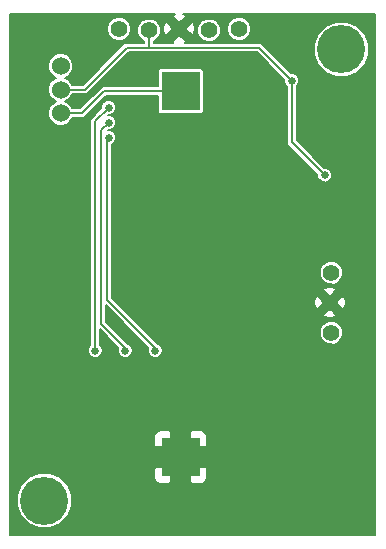
<source format=gbl>
G04 (created by PCBNEW (2013-07-07 BZR 4022)-stable) date 7/21/2013 7:03:44 PM*
%MOIN*%
G04 Gerber Fmt 3.4, Leading zero omitted, Abs format*
%FSLAX34Y34*%
G01*
G70*
G90*
G04 APERTURE LIST*
%ADD10C,0.00590551*%
%ADD11C,0.055*%
%ADD12C,0.16*%
%ADD13R,0.129528X0.129528*%
%ADD14C,0.06*%
%ADD15C,0.025*%
%ADD16C,0.008*%
G04 APERTURE END LIST*
G54D10*
G54D11*
X44874Y-41650D03*
X44826Y-40650D03*
X44874Y-39650D03*
X37800Y-31526D03*
X38800Y-31574D03*
X39800Y-31526D03*
X40800Y-31574D03*
X41800Y-31526D03*
G54D12*
X45200Y-32200D03*
X35300Y-47250D03*
G54D13*
X39850Y-33603D03*
X39850Y-45796D03*
G54D14*
X35850Y-34337D03*
X35850Y-33550D03*
X35850Y-32763D03*
G54D15*
X44650Y-36400D03*
X43550Y-33250D03*
X37000Y-42250D03*
X37450Y-34150D03*
X38000Y-42250D03*
X37450Y-34650D03*
X39000Y-42250D03*
X37450Y-35150D03*
X36200Y-38750D03*
X44500Y-38850D03*
X39000Y-47250D03*
X38000Y-47250D03*
X37000Y-47250D03*
X36600Y-36850D03*
X35500Y-42450D03*
X44325Y-44450D03*
X46050Y-46850D03*
X46050Y-43525D03*
X40750Y-43550D03*
X40750Y-46825D03*
X42500Y-38900D03*
X44600Y-36950D03*
X44650Y-35925D03*
G54D16*
X35850Y-33550D02*
X36650Y-33550D01*
X38050Y-32150D02*
X38800Y-32150D01*
X36650Y-33550D02*
X38050Y-32150D01*
X43550Y-33250D02*
X43550Y-35300D01*
X43550Y-35300D02*
X44650Y-36400D01*
X35850Y-33550D02*
X35750Y-33550D01*
X38800Y-32150D02*
X42450Y-32150D01*
X42450Y-32150D02*
X43550Y-33250D01*
X38800Y-31526D02*
X38800Y-32150D01*
X37000Y-42250D02*
X37000Y-34600D01*
X37000Y-34600D02*
X37450Y-34150D01*
X37200Y-41350D02*
X37200Y-34900D01*
X38000Y-42150D02*
X37200Y-41350D01*
X38000Y-42250D02*
X38000Y-42150D01*
X37200Y-34900D02*
X37450Y-34650D01*
X39000Y-42250D02*
X39000Y-42150D01*
X37400Y-35200D02*
X37450Y-35150D01*
X37400Y-40550D02*
X37400Y-35200D01*
X39000Y-42150D02*
X37400Y-40550D01*
X44650Y-35925D02*
X44650Y-35950D01*
X39850Y-33603D02*
X37296Y-33603D01*
X37296Y-33603D02*
X36563Y-34337D01*
X36563Y-34337D02*
X35850Y-34337D01*
G54D10*
G36*
X46337Y-48385D02*
X46120Y-48385D01*
X46120Y-32017D01*
X45980Y-31679D01*
X45721Y-31420D01*
X45383Y-31280D01*
X45017Y-31279D01*
X44679Y-31419D01*
X44420Y-31678D01*
X44280Y-32016D01*
X44279Y-32382D01*
X44419Y-32720D01*
X44678Y-32979D01*
X45016Y-33119D01*
X45382Y-33120D01*
X45720Y-32980D01*
X45979Y-32721D01*
X46119Y-32383D01*
X46120Y-32017D01*
X46120Y-48385D01*
X45350Y-48385D01*
X45350Y-40634D01*
X45316Y-40463D01*
X45269Y-40445D01*
X45269Y-39571D01*
X45209Y-39426D01*
X45098Y-39315D01*
X44952Y-39255D01*
X44895Y-39255D01*
X44895Y-36351D01*
X44857Y-36261D01*
X44788Y-36192D01*
X44698Y-36155D01*
X44631Y-36154D01*
X43710Y-35233D01*
X43710Y-33436D01*
X43757Y-33388D01*
X43794Y-33298D01*
X43795Y-33201D01*
X43757Y-33111D01*
X43688Y-33042D01*
X43598Y-33005D01*
X43531Y-33004D01*
X42563Y-32036D01*
X42511Y-32002D01*
X42450Y-31990D01*
X42195Y-31990D01*
X42195Y-31447D01*
X42135Y-31302D01*
X42024Y-31191D01*
X41878Y-31131D01*
X41721Y-31130D01*
X41576Y-31190D01*
X41465Y-31301D01*
X41405Y-31447D01*
X41404Y-31604D01*
X41464Y-31749D01*
X41575Y-31860D01*
X41721Y-31920D01*
X41878Y-31921D01*
X42023Y-31861D01*
X42134Y-31750D01*
X42194Y-31604D01*
X42195Y-31447D01*
X42195Y-31990D01*
X41195Y-31990D01*
X41195Y-31495D01*
X41135Y-31350D01*
X41024Y-31239D01*
X40878Y-31179D01*
X40721Y-31178D01*
X40576Y-31238D01*
X40465Y-31349D01*
X40405Y-31495D01*
X40404Y-31652D01*
X40464Y-31797D01*
X40575Y-31908D01*
X40721Y-31968D01*
X40878Y-31969D01*
X41023Y-31909D01*
X41134Y-31798D01*
X41194Y-31652D01*
X41195Y-31495D01*
X41195Y-31990D01*
X40324Y-31990D01*
X40324Y-31510D01*
X40290Y-31339D01*
X40211Y-31309D01*
X39994Y-31526D01*
X40211Y-31742D01*
X40290Y-31712D01*
X40324Y-31510D01*
X40324Y-31990D01*
X39996Y-31990D01*
X40016Y-31937D01*
X39800Y-31720D01*
X39605Y-31914D01*
X39605Y-31526D01*
X39388Y-31309D01*
X39309Y-31339D01*
X39275Y-31541D01*
X39309Y-31712D01*
X39388Y-31742D01*
X39605Y-31526D01*
X39605Y-31914D01*
X39583Y-31937D01*
X39603Y-31990D01*
X38960Y-31990D01*
X38960Y-31935D01*
X39023Y-31909D01*
X39134Y-31798D01*
X39194Y-31652D01*
X39195Y-31495D01*
X39135Y-31350D01*
X39024Y-31239D01*
X38878Y-31179D01*
X38721Y-31178D01*
X38576Y-31238D01*
X38465Y-31349D01*
X38405Y-31495D01*
X38404Y-31652D01*
X38464Y-31797D01*
X38575Y-31908D01*
X38640Y-31935D01*
X38640Y-31990D01*
X38195Y-31990D01*
X38195Y-31447D01*
X38135Y-31302D01*
X38024Y-31191D01*
X37878Y-31131D01*
X37721Y-31130D01*
X37576Y-31190D01*
X37465Y-31301D01*
X37405Y-31447D01*
X37404Y-31604D01*
X37464Y-31749D01*
X37575Y-31860D01*
X37721Y-31920D01*
X37878Y-31921D01*
X38023Y-31861D01*
X38134Y-31750D01*
X38194Y-31604D01*
X38195Y-31447D01*
X38195Y-31990D01*
X38050Y-31990D01*
X37988Y-32002D01*
X37936Y-32036D01*
X36583Y-33390D01*
X36238Y-33390D01*
X36206Y-33312D01*
X36088Y-33194D01*
X35997Y-33156D01*
X36087Y-33119D01*
X36205Y-33001D01*
X36269Y-32846D01*
X36270Y-32679D01*
X36206Y-32525D01*
X36088Y-32407D01*
X35933Y-32343D01*
X35766Y-32342D01*
X35612Y-32406D01*
X35494Y-32524D01*
X35430Y-32679D01*
X35429Y-32846D01*
X35493Y-33000D01*
X35611Y-33118D01*
X35702Y-33156D01*
X35612Y-33193D01*
X35494Y-33311D01*
X35430Y-33466D01*
X35429Y-33633D01*
X35493Y-33787D01*
X35611Y-33905D01*
X35702Y-33943D01*
X35612Y-33980D01*
X35494Y-34098D01*
X35430Y-34253D01*
X35429Y-34420D01*
X35493Y-34574D01*
X35611Y-34692D01*
X35766Y-34756D01*
X35933Y-34757D01*
X36087Y-34693D01*
X36205Y-34575D01*
X36238Y-34497D01*
X36563Y-34497D01*
X36624Y-34484D01*
X36624Y-34484D01*
X36676Y-34450D01*
X37362Y-33763D01*
X39082Y-33763D01*
X39082Y-34274D01*
X39100Y-34319D01*
X39134Y-34352D01*
X39178Y-34371D01*
X39226Y-34371D01*
X40521Y-34371D01*
X40565Y-34352D01*
X40599Y-34319D01*
X40617Y-34275D01*
X40617Y-34227D01*
X40617Y-32932D01*
X40599Y-32888D01*
X40565Y-32854D01*
X40521Y-32835D01*
X40473Y-32835D01*
X39178Y-32835D01*
X39134Y-32854D01*
X39100Y-32887D01*
X39082Y-32931D01*
X39082Y-32979D01*
X39082Y-33443D01*
X37296Y-33443D01*
X37235Y-33455D01*
X37183Y-33490D01*
X36496Y-34177D01*
X36238Y-34177D01*
X36206Y-34099D01*
X36088Y-33981D01*
X35997Y-33943D01*
X36087Y-33906D01*
X36205Y-33788D01*
X36238Y-33710D01*
X36650Y-33710D01*
X36711Y-33697D01*
X36711Y-33697D01*
X36763Y-33663D01*
X38116Y-32310D01*
X38800Y-32310D01*
X42383Y-32310D01*
X43305Y-33231D01*
X43304Y-33298D01*
X43342Y-33388D01*
X43390Y-33436D01*
X43390Y-35300D01*
X43402Y-35361D01*
X43436Y-35413D01*
X44405Y-36381D01*
X44404Y-36448D01*
X44442Y-36538D01*
X44511Y-36607D01*
X44601Y-36644D01*
X44698Y-36645D01*
X44788Y-36607D01*
X44857Y-36538D01*
X44894Y-36448D01*
X44895Y-36351D01*
X44895Y-39255D01*
X44795Y-39254D01*
X44650Y-39314D01*
X44539Y-39425D01*
X44479Y-39571D01*
X44478Y-39728D01*
X44538Y-39873D01*
X44649Y-39984D01*
X44795Y-40044D01*
X44952Y-40045D01*
X45097Y-39985D01*
X45208Y-39874D01*
X45268Y-39728D01*
X45269Y-39571D01*
X45269Y-40445D01*
X45237Y-40433D01*
X45042Y-40627D01*
X45042Y-40238D01*
X45012Y-40159D01*
X44810Y-40125D01*
X44639Y-40159D01*
X44609Y-40238D01*
X44826Y-40455D01*
X45042Y-40238D01*
X45042Y-40627D01*
X45020Y-40650D01*
X45237Y-40866D01*
X45316Y-40836D01*
X45350Y-40634D01*
X45350Y-48385D01*
X45269Y-48385D01*
X45269Y-41571D01*
X45209Y-41426D01*
X45098Y-41315D01*
X45042Y-41292D01*
X45042Y-41061D01*
X44826Y-40844D01*
X44631Y-41038D01*
X44631Y-40650D01*
X44414Y-40433D01*
X44335Y-40463D01*
X44301Y-40665D01*
X44335Y-40836D01*
X44414Y-40866D01*
X44631Y-40650D01*
X44631Y-41038D01*
X44609Y-41061D01*
X44639Y-41140D01*
X44841Y-41174D01*
X45012Y-41140D01*
X45042Y-41061D01*
X45042Y-41292D01*
X44952Y-41255D01*
X44795Y-41254D01*
X44650Y-41314D01*
X44539Y-41425D01*
X44479Y-41571D01*
X44478Y-41728D01*
X44538Y-41873D01*
X44649Y-41984D01*
X44795Y-42044D01*
X44952Y-42045D01*
X45097Y-41985D01*
X45208Y-41874D01*
X45268Y-41728D01*
X45269Y-41571D01*
X45269Y-48385D01*
X40737Y-48385D01*
X40737Y-46491D01*
X40737Y-45101D01*
X40701Y-45013D01*
X40633Y-44945D01*
X40545Y-44908D01*
X40450Y-44908D01*
X40233Y-44908D01*
X40173Y-44968D01*
X40173Y-45472D01*
X40677Y-45472D01*
X40737Y-45412D01*
X40737Y-45101D01*
X40737Y-46491D01*
X40737Y-46180D01*
X40677Y-46120D01*
X40173Y-46120D01*
X40173Y-46624D01*
X40233Y-46684D01*
X40450Y-46684D01*
X40545Y-46684D01*
X40633Y-46647D01*
X40701Y-46579D01*
X40737Y-46491D01*
X40737Y-48385D01*
X39526Y-48385D01*
X39526Y-46624D01*
X39526Y-46120D01*
X39526Y-45472D01*
X39526Y-44968D01*
X39466Y-44908D01*
X39249Y-44908D01*
X39245Y-44908D01*
X39245Y-42201D01*
X39207Y-42111D01*
X39138Y-42042D01*
X39104Y-42028D01*
X37560Y-40483D01*
X37560Y-35369D01*
X37588Y-35357D01*
X37657Y-35288D01*
X37694Y-35198D01*
X37695Y-35101D01*
X37657Y-35011D01*
X37588Y-34942D01*
X37498Y-34905D01*
X37421Y-34904D01*
X37431Y-34894D01*
X37498Y-34895D01*
X37588Y-34857D01*
X37657Y-34788D01*
X37694Y-34698D01*
X37695Y-34601D01*
X37657Y-34511D01*
X37588Y-34442D01*
X37498Y-34405D01*
X37421Y-34404D01*
X37431Y-34394D01*
X37498Y-34395D01*
X37588Y-34357D01*
X37657Y-34288D01*
X37694Y-34198D01*
X37695Y-34101D01*
X37657Y-34011D01*
X37588Y-33942D01*
X37498Y-33905D01*
X37401Y-33904D01*
X37311Y-33942D01*
X37242Y-34011D01*
X37205Y-34101D01*
X37204Y-34168D01*
X36886Y-34486D01*
X36852Y-34538D01*
X36840Y-34600D01*
X36840Y-42063D01*
X36792Y-42111D01*
X36755Y-42201D01*
X36754Y-42298D01*
X36792Y-42388D01*
X36861Y-42457D01*
X36951Y-42494D01*
X37048Y-42495D01*
X37138Y-42457D01*
X37207Y-42388D01*
X37244Y-42298D01*
X37245Y-42201D01*
X37207Y-42111D01*
X37160Y-42063D01*
X37160Y-41536D01*
X37775Y-42151D01*
X37755Y-42201D01*
X37754Y-42298D01*
X37792Y-42388D01*
X37861Y-42457D01*
X37951Y-42494D01*
X38048Y-42495D01*
X38138Y-42457D01*
X38207Y-42388D01*
X38244Y-42298D01*
X38245Y-42201D01*
X38207Y-42111D01*
X38138Y-42042D01*
X38104Y-42028D01*
X37360Y-41283D01*
X37360Y-40736D01*
X38775Y-42151D01*
X38755Y-42201D01*
X38754Y-42298D01*
X38792Y-42388D01*
X38861Y-42457D01*
X38951Y-42494D01*
X39048Y-42495D01*
X39138Y-42457D01*
X39207Y-42388D01*
X39244Y-42298D01*
X39245Y-42201D01*
X39245Y-44908D01*
X39154Y-44908D01*
X39066Y-44945D01*
X38998Y-45013D01*
X38962Y-45101D01*
X38962Y-45412D01*
X39022Y-45472D01*
X39526Y-45472D01*
X39526Y-46120D01*
X39022Y-46120D01*
X38962Y-46180D01*
X38962Y-46491D01*
X38998Y-46579D01*
X39066Y-46647D01*
X39154Y-46684D01*
X39249Y-46684D01*
X39466Y-46684D01*
X39526Y-46624D01*
X39526Y-48385D01*
X36220Y-48385D01*
X36220Y-47067D01*
X36080Y-46729D01*
X35821Y-46470D01*
X35483Y-46330D01*
X35117Y-46329D01*
X34779Y-46469D01*
X34520Y-46728D01*
X34380Y-47066D01*
X34379Y-47432D01*
X34519Y-47770D01*
X34778Y-48029D01*
X35116Y-48169D01*
X35482Y-48170D01*
X35820Y-48030D01*
X36079Y-47771D01*
X36219Y-47433D01*
X36220Y-47067D01*
X36220Y-48385D01*
X34173Y-48385D01*
X34173Y-31024D01*
X39668Y-31024D01*
X39613Y-31035D01*
X39583Y-31114D01*
X39800Y-31331D01*
X40016Y-31114D01*
X39986Y-31035D01*
X39921Y-31024D01*
X46337Y-31024D01*
X46337Y-48385D01*
X46337Y-48385D01*
G37*
G54D16*
X46337Y-48385D02*
X46120Y-48385D01*
X46120Y-32017D01*
X45980Y-31679D01*
X45721Y-31420D01*
X45383Y-31280D01*
X45017Y-31279D01*
X44679Y-31419D01*
X44420Y-31678D01*
X44280Y-32016D01*
X44279Y-32382D01*
X44419Y-32720D01*
X44678Y-32979D01*
X45016Y-33119D01*
X45382Y-33120D01*
X45720Y-32980D01*
X45979Y-32721D01*
X46119Y-32383D01*
X46120Y-32017D01*
X46120Y-48385D01*
X45350Y-48385D01*
X45350Y-40634D01*
X45316Y-40463D01*
X45269Y-40445D01*
X45269Y-39571D01*
X45209Y-39426D01*
X45098Y-39315D01*
X44952Y-39255D01*
X44895Y-39255D01*
X44895Y-36351D01*
X44857Y-36261D01*
X44788Y-36192D01*
X44698Y-36155D01*
X44631Y-36154D01*
X43710Y-35233D01*
X43710Y-33436D01*
X43757Y-33388D01*
X43794Y-33298D01*
X43795Y-33201D01*
X43757Y-33111D01*
X43688Y-33042D01*
X43598Y-33005D01*
X43531Y-33004D01*
X42563Y-32036D01*
X42511Y-32002D01*
X42450Y-31990D01*
X42195Y-31990D01*
X42195Y-31447D01*
X42135Y-31302D01*
X42024Y-31191D01*
X41878Y-31131D01*
X41721Y-31130D01*
X41576Y-31190D01*
X41465Y-31301D01*
X41405Y-31447D01*
X41404Y-31604D01*
X41464Y-31749D01*
X41575Y-31860D01*
X41721Y-31920D01*
X41878Y-31921D01*
X42023Y-31861D01*
X42134Y-31750D01*
X42194Y-31604D01*
X42195Y-31447D01*
X42195Y-31990D01*
X41195Y-31990D01*
X41195Y-31495D01*
X41135Y-31350D01*
X41024Y-31239D01*
X40878Y-31179D01*
X40721Y-31178D01*
X40576Y-31238D01*
X40465Y-31349D01*
X40405Y-31495D01*
X40404Y-31652D01*
X40464Y-31797D01*
X40575Y-31908D01*
X40721Y-31968D01*
X40878Y-31969D01*
X41023Y-31909D01*
X41134Y-31798D01*
X41194Y-31652D01*
X41195Y-31495D01*
X41195Y-31990D01*
X40324Y-31990D01*
X40324Y-31510D01*
X40290Y-31339D01*
X40211Y-31309D01*
X39994Y-31526D01*
X40211Y-31742D01*
X40290Y-31712D01*
X40324Y-31510D01*
X40324Y-31990D01*
X39996Y-31990D01*
X40016Y-31937D01*
X39800Y-31720D01*
X39605Y-31914D01*
X39605Y-31526D01*
X39388Y-31309D01*
X39309Y-31339D01*
X39275Y-31541D01*
X39309Y-31712D01*
X39388Y-31742D01*
X39605Y-31526D01*
X39605Y-31914D01*
X39583Y-31937D01*
X39603Y-31990D01*
X38960Y-31990D01*
X38960Y-31935D01*
X39023Y-31909D01*
X39134Y-31798D01*
X39194Y-31652D01*
X39195Y-31495D01*
X39135Y-31350D01*
X39024Y-31239D01*
X38878Y-31179D01*
X38721Y-31178D01*
X38576Y-31238D01*
X38465Y-31349D01*
X38405Y-31495D01*
X38404Y-31652D01*
X38464Y-31797D01*
X38575Y-31908D01*
X38640Y-31935D01*
X38640Y-31990D01*
X38195Y-31990D01*
X38195Y-31447D01*
X38135Y-31302D01*
X38024Y-31191D01*
X37878Y-31131D01*
X37721Y-31130D01*
X37576Y-31190D01*
X37465Y-31301D01*
X37405Y-31447D01*
X37404Y-31604D01*
X37464Y-31749D01*
X37575Y-31860D01*
X37721Y-31920D01*
X37878Y-31921D01*
X38023Y-31861D01*
X38134Y-31750D01*
X38194Y-31604D01*
X38195Y-31447D01*
X38195Y-31990D01*
X38050Y-31990D01*
X37988Y-32002D01*
X37936Y-32036D01*
X36583Y-33390D01*
X36238Y-33390D01*
X36206Y-33312D01*
X36088Y-33194D01*
X35997Y-33156D01*
X36087Y-33119D01*
X36205Y-33001D01*
X36269Y-32846D01*
X36270Y-32679D01*
X36206Y-32525D01*
X36088Y-32407D01*
X35933Y-32343D01*
X35766Y-32342D01*
X35612Y-32406D01*
X35494Y-32524D01*
X35430Y-32679D01*
X35429Y-32846D01*
X35493Y-33000D01*
X35611Y-33118D01*
X35702Y-33156D01*
X35612Y-33193D01*
X35494Y-33311D01*
X35430Y-33466D01*
X35429Y-33633D01*
X35493Y-33787D01*
X35611Y-33905D01*
X35702Y-33943D01*
X35612Y-33980D01*
X35494Y-34098D01*
X35430Y-34253D01*
X35429Y-34420D01*
X35493Y-34574D01*
X35611Y-34692D01*
X35766Y-34756D01*
X35933Y-34757D01*
X36087Y-34693D01*
X36205Y-34575D01*
X36238Y-34497D01*
X36563Y-34497D01*
X36624Y-34484D01*
X36624Y-34484D01*
X36676Y-34450D01*
X37362Y-33763D01*
X39082Y-33763D01*
X39082Y-34274D01*
X39100Y-34319D01*
X39134Y-34352D01*
X39178Y-34371D01*
X39226Y-34371D01*
X40521Y-34371D01*
X40565Y-34352D01*
X40599Y-34319D01*
X40617Y-34275D01*
X40617Y-34227D01*
X40617Y-32932D01*
X40599Y-32888D01*
X40565Y-32854D01*
X40521Y-32835D01*
X40473Y-32835D01*
X39178Y-32835D01*
X39134Y-32854D01*
X39100Y-32887D01*
X39082Y-32931D01*
X39082Y-32979D01*
X39082Y-33443D01*
X37296Y-33443D01*
X37235Y-33455D01*
X37183Y-33490D01*
X36496Y-34177D01*
X36238Y-34177D01*
X36206Y-34099D01*
X36088Y-33981D01*
X35997Y-33943D01*
X36087Y-33906D01*
X36205Y-33788D01*
X36238Y-33710D01*
X36650Y-33710D01*
X36711Y-33697D01*
X36711Y-33697D01*
X36763Y-33663D01*
X38116Y-32310D01*
X38800Y-32310D01*
X42383Y-32310D01*
X43305Y-33231D01*
X43304Y-33298D01*
X43342Y-33388D01*
X43390Y-33436D01*
X43390Y-35300D01*
X43402Y-35361D01*
X43436Y-35413D01*
X44405Y-36381D01*
X44404Y-36448D01*
X44442Y-36538D01*
X44511Y-36607D01*
X44601Y-36644D01*
X44698Y-36645D01*
X44788Y-36607D01*
X44857Y-36538D01*
X44894Y-36448D01*
X44895Y-36351D01*
X44895Y-39255D01*
X44795Y-39254D01*
X44650Y-39314D01*
X44539Y-39425D01*
X44479Y-39571D01*
X44478Y-39728D01*
X44538Y-39873D01*
X44649Y-39984D01*
X44795Y-40044D01*
X44952Y-40045D01*
X45097Y-39985D01*
X45208Y-39874D01*
X45268Y-39728D01*
X45269Y-39571D01*
X45269Y-40445D01*
X45237Y-40433D01*
X45042Y-40627D01*
X45042Y-40238D01*
X45012Y-40159D01*
X44810Y-40125D01*
X44639Y-40159D01*
X44609Y-40238D01*
X44826Y-40455D01*
X45042Y-40238D01*
X45042Y-40627D01*
X45020Y-40650D01*
X45237Y-40866D01*
X45316Y-40836D01*
X45350Y-40634D01*
X45350Y-48385D01*
X45269Y-48385D01*
X45269Y-41571D01*
X45209Y-41426D01*
X45098Y-41315D01*
X45042Y-41292D01*
X45042Y-41061D01*
X44826Y-40844D01*
X44631Y-41038D01*
X44631Y-40650D01*
X44414Y-40433D01*
X44335Y-40463D01*
X44301Y-40665D01*
X44335Y-40836D01*
X44414Y-40866D01*
X44631Y-40650D01*
X44631Y-41038D01*
X44609Y-41061D01*
X44639Y-41140D01*
X44841Y-41174D01*
X45012Y-41140D01*
X45042Y-41061D01*
X45042Y-41292D01*
X44952Y-41255D01*
X44795Y-41254D01*
X44650Y-41314D01*
X44539Y-41425D01*
X44479Y-41571D01*
X44478Y-41728D01*
X44538Y-41873D01*
X44649Y-41984D01*
X44795Y-42044D01*
X44952Y-42045D01*
X45097Y-41985D01*
X45208Y-41874D01*
X45268Y-41728D01*
X45269Y-41571D01*
X45269Y-48385D01*
X40737Y-48385D01*
X40737Y-46491D01*
X40737Y-45101D01*
X40701Y-45013D01*
X40633Y-44945D01*
X40545Y-44908D01*
X40450Y-44908D01*
X40233Y-44908D01*
X40173Y-44968D01*
X40173Y-45472D01*
X40677Y-45472D01*
X40737Y-45412D01*
X40737Y-45101D01*
X40737Y-46491D01*
X40737Y-46180D01*
X40677Y-46120D01*
X40173Y-46120D01*
X40173Y-46624D01*
X40233Y-46684D01*
X40450Y-46684D01*
X40545Y-46684D01*
X40633Y-46647D01*
X40701Y-46579D01*
X40737Y-46491D01*
X40737Y-48385D01*
X39526Y-48385D01*
X39526Y-46624D01*
X39526Y-46120D01*
X39526Y-45472D01*
X39526Y-44968D01*
X39466Y-44908D01*
X39249Y-44908D01*
X39245Y-44908D01*
X39245Y-42201D01*
X39207Y-42111D01*
X39138Y-42042D01*
X39104Y-42028D01*
X37560Y-40483D01*
X37560Y-35369D01*
X37588Y-35357D01*
X37657Y-35288D01*
X37694Y-35198D01*
X37695Y-35101D01*
X37657Y-35011D01*
X37588Y-34942D01*
X37498Y-34905D01*
X37421Y-34904D01*
X37431Y-34894D01*
X37498Y-34895D01*
X37588Y-34857D01*
X37657Y-34788D01*
X37694Y-34698D01*
X37695Y-34601D01*
X37657Y-34511D01*
X37588Y-34442D01*
X37498Y-34405D01*
X37421Y-34404D01*
X37431Y-34394D01*
X37498Y-34395D01*
X37588Y-34357D01*
X37657Y-34288D01*
X37694Y-34198D01*
X37695Y-34101D01*
X37657Y-34011D01*
X37588Y-33942D01*
X37498Y-33905D01*
X37401Y-33904D01*
X37311Y-33942D01*
X37242Y-34011D01*
X37205Y-34101D01*
X37204Y-34168D01*
X36886Y-34486D01*
X36852Y-34538D01*
X36840Y-34600D01*
X36840Y-42063D01*
X36792Y-42111D01*
X36755Y-42201D01*
X36754Y-42298D01*
X36792Y-42388D01*
X36861Y-42457D01*
X36951Y-42494D01*
X37048Y-42495D01*
X37138Y-42457D01*
X37207Y-42388D01*
X37244Y-42298D01*
X37245Y-42201D01*
X37207Y-42111D01*
X37160Y-42063D01*
X37160Y-41536D01*
X37775Y-42151D01*
X37755Y-42201D01*
X37754Y-42298D01*
X37792Y-42388D01*
X37861Y-42457D01*
X37951Y-42494D01*
X38048Y-42495D01*
X38138Y-42457D01*
X38207Y-42388D01*
X38244Y-42298D01*
X38245Y-42201D01*
X38207Y-42111D01*
X38138Y-42042D01*
X38104Y-42028D01*
X37360Y-41283D01*
X37360Y-40736D01*
X38775Y-42151D01*
X38755Y-42201D01*
X38754Y-42298D01*
X38792Y-42388D01*
X38861Y-42457D01*
X38951Y-42494D01*
X39048Y-42495D01*
X39138Y-42457D01*
X39207Y-42388D01*
X39244Y-42298D01*
X39245Y-42201D01*
X39245Y-44908D01*
X39154Y-44908D01*
X39066Y-44945D01*
X38998Y-45013D01*
X38962Y-45101D01*
X38962Y-45412D01*
X39022Y-45472D01*
X39526Y-45472D01*
X39526Y-46120D01*
X39022Y-46120D01*
X38962Y-46180D01*
X38962Y-46491D01*
X38998Y-46579D01*
X39066Y-46647D01*
X39154Y-46684D01*
X39249Y-46684D01*
X39466Y-46684D01*
X39526Y-46624D01*
X39526Y-48385D01*
X36220Y-48385D01*
X36220Y-47067D01*
X36080Y-46729D01*
X35821Y-46470D01*
X35483Y-46330D01*
X35117Y-46329D01*
X34779Y-46469D01*
X34520Y-46728D01*
X34380Y-47066D01*
X34379Y-47432D01*
X34519Y-47770D01*
X34778Y-48029D01*
X35116Y-48169D01*
X35482Y-48170D01*
X35820Y-48030D01*
X36079Y-47771D01*
X36219Y-47433D01*
X36220Y-47067D01*
X36220Y-48385D01*
X34173Y-48385D01*
X34173Y-31024D01*
X39668Y-31024D01*
X39613Y-31035D01*
X39583Y-31114D01*
X39800Y-31331D01*
X40016Y-31114D01*
X39986Y-31035D01*
X39921Y-31024D01*
X46337Y-31024D01*
X46337Y-48385D01*
M02*

</source>
